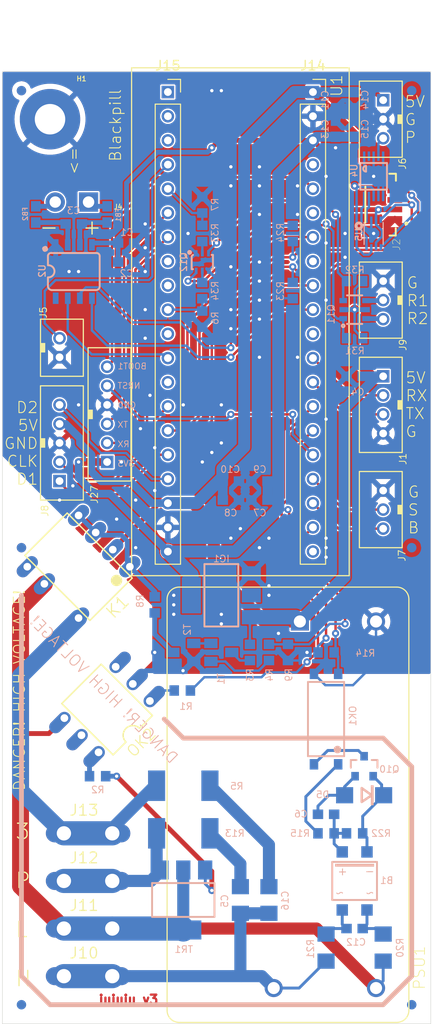
<source format=kicad_pcb>
(kicad_pcb (version 20221018) (generator pcbnew)
  (layers (0 "F.Cu" signal) (31 "B.Cu" signal) (34 "B.Paste" user) (35 "F.Paste" user) (36 "B.SilkS" user "B.Silkscreen") (37 "F.SilkS" user "F.Silkscreen") (38 "B.Mask" user) (39 "F.Mask" user) (44 "Edge.Cuts" user))
  (net 0 "")
  (net 1 "3V3")
  (net 2 "5V")
  (net 3 "Net-(B1-Pad+)")
  (net 4 "Net-(Q10-B)")
  (net 5 "Net-(B1-AC1)")
  (net 6 "Net-(B1-AC2)")
  (net 7 "PA1")
  (net 8 "PA0")
  (net 9 "Net-(U2-T-)")
  (net 10 "Net-(U2-T+)")
  (net 11 "AC_N")
  (net 12 "PC13")
  (net 13 "Net-(C5-Pad2)")
  (net 14 "Net-(Q10-E)")
  (net 15 "Net-(C16-Pad2)")
  (net 16 "Net-(FB1-Pad1)")
  (net 17 "Net-(FB2-Pad1)")
  (net 18 "AC_P")
  (net 19 "UART2_RX")
  (net 20 "Net-(TR1-A1)")
  (net 21 "Net-(K1-DS1)")
  (net 22 "UART2_TX")
  (net 23 "I2C1_SCL")
  (net 24 "I2C1_SDA")
  (net 25 "PB12")
  (net 26 "Net-(K1-K)")
  (net 28 "Net-(OK1-Pad1)")
  (net 29 "Net-(Q10-C)")
  (net 30 "Net-(OK2-A)")
  (net 31 "Net-(OK2-A2)")
  (net 32 "Net-(Q11A-G)")
  (net 33 "Net-(Q11B-G)")
  (net 34 "Net-(Q12B-B)")
  (net 35 "Net-(Q12A-B)")
  (net 36 "Net-(TR1-G)")
  (net 37 "Net-(R3-Pad1)")
  (net 38 "Net-(R4-Pad2)")
  (net 39 "PB13")
  (net 40 "PB14")
  (net 41 "Net-(R8-Pad1)")
  (net 42 "Net-(T1-PadE)")
  (net 43 "PB15")
  (net 44 "PA8")
  (net 45 "UART1_TX")
  (net 46 "UART1_RX")
  (net 47 "PA15")
  (net 48 "I2C2_SDA")
  (net 49 "SPI1_MISO")
  (net 50 "PB5")
  (net 51 "PB8")
  (net 52 "PB9")
  (net 53 "Net-(U4-AIN0)")
  (net 54 "PC15")
  (net 55 "PC14")
  (net 56 "PB0")
  (net 57 "SSR1")
  (net 59 "SSR2")
  (net 60 "Net-(U4-SDA)")
  (net 61 "Net-(U4-SCL)")
  (net 62 "NRST")
  (net 63 "SPI1_NSS")
  (net 64 "SPI1_SCK")
  (net 65 "PA6")
  (net 66 "SPI1_MOSI")
  (net 67 "PB1")
  (net 68 "BOOT1")
  (net 69 "I2C2_SCL")
  (net 73 "GND")
  (footprint "GaggiaBoard_V3:JST04_1MM_VERT" (layer "F.Cu") (at 168.0011 69.0036 90)
    (fp_text reference "J2")
    (fp_text value "ToFnLED\n(Vertical Qwiic)")
  )
  (footprint "GaggiaBoard_V3:STANDOFF-ELECTRICAL" (layer "F.Cu") (at 131.0011 60.0036)
    (fp_text reference "H1")
    (fp_text value "STANDOFF_ELECTRICAL")
  )
  (footprint "GaggiaBoard_V3:FIDUCIAL_1MM" (layer "F.Cu") (at 128.0011 105.0036)
    (fp_text reference "MARK8" hide)
    (fp_text value "FIDUCIAL" hide)
  )
  (footprint "GaggiaBoard_V3:1x20_P2.54mm_Female_Vertical" (layer "F.Cu") (at 158.623 57.15)
    (fp_text reference "J14")
    (fp_text value "1x20 Female Header 2.54mm")
  )
  (footprint "GaggiaBoard_V3:62409-1" (layer "F.Cu") (at 135.0011 150.0036)
    (fp_text reference "J10")
    (fp_text value "PIN262409-1")
  )
  (footprint "GaggiaBoard_V3:62409-1" (layer "F.Cu") (at 135.0011 140.0036)
    (fp_text reference "J12")
    (fp_text value "PIN262409-1")
  )
  (footprint "GaggiaBoard_V3:B3B-PH-K-S" (layer "F.Cu") (at 166.0011 79.0036 90)
    (fp_text reference "J9")
    (fp_text value "SSR" hide)
  )
  (footprint "GaggiaBoard_V3:B3B-PH-K-S" (layer "F.Cu") (at 166.0011 60.0036 90)
    (fp_text reference "J6")
    (fp_text value "Pressure TD" hide)
  )
  (footprint "GaggiaBoard_V3:B2B-PH-K-S" (layer "F.Cu") (at 132.0011 83.0036 -90)
    (fp_text reference "J5")
    (fp_text value "2PIN" hide)
  )
  (footprint "GaggiaBoard_V3:B6B-PH-K-S" (layer "F.Cu") (at 137.0011 91.0036 -90)
    (fp_text reference "J27")
    (fp_text value "UART1" hide)
  )
  (footprint "GaggiaBoard_V3:1x20_P2.54mm_Female_Vertical" (layer "F.Cu") (at 143.383 57.15)
    (fp_text reference "J15")
    (fp_text value "1x20 Female Header 2.54mm")
  )
  (footprint "GaggiaBoard_V3:62409-1" (layer "F.Cu") (at 135.0011 135.0036)
    (fp_text reference "J13")
    (fp_text value "PIN262409-1")
  )
  (footprint "GaggiaBoard_V3:B3B-PH-K-S" (layer "F.Cu") (at 166.0011 101.0036 90)
    (fp_text reference "J7")
    (fp_text value "Brew &\nSteam Switches" hide)
  )
  (footprint "GaggiaBoard_V3:DIL06O" (layer "F.Cu") (at 137.0011 122.0036 135)
    (fp_text reference "OK2")
    (fp_text value "MOC3021MDIL06O")
  )
  (footprint "GaggiaBoard_V3:B4B-PH-K-S" (layer "F.Cu") (at 166.0011 90.0036 90)
    (fp_text reference "J1")
    (fp_text value "Display" hide)
  )
  (footprint "GaggiaBoard_V3:IRM-10" (layer "F.Cu") (at 156.0011 132.0036 90)
    (fp_text reference "PSU1")
    (fp_text value "IRM-10-5")
  )
  (footprint "GaggiaBoard_V3:BLACKPILL" (layer "F.Cu") (at 151.0011 80.0036 -90)
    (fp_text reference "U1")
    (fp_text value "Blackpill")
  )
  (footprint "GaggiaBoard_V3:SCREWTERMINAL-3.5MM-2-NS" (layer "F.Cu") (at 135.05 68.7036 180)
    (fp_text reference "J4")
    (fp_text value "TC Sensor")
  )
  (footprint "GaggiaBoard_V3:62409-1" (layer "F.Cu") (at 135.0011 145.0036)
    (fp_text reference "J11")
    (fp_text value "PIN262409-1")
  )
  (footprint "GaggiaBoard_V3:DIL07" (layer "F.Cu") (at 134.0011 107.0036 135)
    (fp_text reference "K1")
    (fp_text value "AQH213")
  )
  (footprint "GaggiaBoard_V3:FIDUCIAL_1MM" (layer "F.Cu") (at 128.0011 57.0036)
    (fp_text reference "MARK7" hide)
    (fp_text value "FIDUCIAL" hide)
  )
  (footprint "GaggiaBoard_V3:B5B-PH-K-S" (layer "F.Cu") (at 132.0011 94.0036 -90)
    (fp_text reference "J8")
    (fp_text value "Scales" hide)
  )
  (footprint "GaggiaBoard_V3:R0603" (layer "B.Cu") (at 156.5011 78.0036 90)
    (fp_text reference "R23")
    (fp_text value "10K")
  )
  (footprint "GaggiaBoard_V3:MSOP10" (layer "B.Cu") (at 165.0011 66.0036)
    (fp_text reference "U4")
    (fp_text value "ADC_ADS1015")
  )
  (footprint "GaggiaBoard_V3:FIDUCIAL_1MM" (layer "B.Cu") (at 128.0011 105.0036 180)
    (fp_text reference "MARK2" hide)
    (fp_text value "FIDUCIAL" hide)
  )
  (footprint "GaggiaBoard_V3:R0603" (layer "B.Cu") (at 142.0011 111.0036 90)
    (fp_text reference "R8")
    (fp_text value "220")
  )
  (footprint "GaggiaBoard_V3:SOIC-4" (layer "B.Cu") (at 163.0011 140.0036 180)
    (fp_text reference "B1")
    (fp_text value "MBS")
  )
  (footprint "GaggiaBoard_V3:C0603" (layer "B.Cu") (at 153.0011 100.0036 180)
    (fp_text reference "C7")
    (fp_text value "10uF")
  )
  (footprint "GaggiaBoard_V3:C0603" (layer "B.Cu") (at 163.0011 87.0036 180)
    (fp_text reference "C4")
    (fp_text value "10uF")
  )
  (footprint "GaggiaBoard_V3:SC70-6" (layer "B.Cu") (at 147.0011 75.0036)
    (fp_text reference "Q12")
    (fp_text value "TRANS_NPN_DUAL-MBT3904DW1T1")
  )
  (footprint "GaggiaBoard_V3:SOT223" (layer "B.Cu") (at 149.0011 110.0036 -90)
    (fp_text reference "IC1")
    (fp_text value "LD1117AS")
  )
  (footprint "GaggiaBoard_V3:R1206" (layer "B.Cu") (at 166.0011 147.0036 90)
    (fp_text reference "R20")
    (fp_text value "220K")
  )
  (footprint "GaggiaBoard_V3:C0603" (layer "B.Cu") (at 160.0011 133.0036 180)
    (fp_text reference "C6")
    (fp_text value "10uF")
  )
  (footprint "GaggiaBoard_V3:C0603" (layer "B.Cu") (at 163.0011 58.0036 -90)
    (fp_text reference "C14")
    (fp_text value "0.1uF")
  )
  (footprint "GaggiaBoard_V3:C0603" (layer "B.Cu") (at 153.0011 98.0036 180)
    (fp_text reference "C9")
    (fp_text value "0.1uF")
  )
  (footprint "GaggiaBoard_V3:R2512" (layer "B.Cu") (at 145.0011 130.0036 180)
    (fp_text reference "R5")
    (fp_text value "220")
  )
  (footprint "GaggiaBoard_V3:C0603" (layer "B.Cu") (at 161.0011 61.0036 90)
    (fp_text reference "C13")
    (fp_text value "10uF")
  )
  (footprint "GaggiaBoard_V3:0603" (layer "B.Cu") (at 129.5011 70.0036 -90)
    (fp_text reference "FB2")
    (fp_text value "FERRITE_BEAD-0603-470Ω-100MHZ-1A-200MILIΩ")
  )
  (footprint "GaggiaBoard_V3:VFSOP-8" (layer "B.Cu") (at 165.0011 72.0036)
    (fp_text reference "U5")
    (fp_text value "TXS0102" hide)
  )
  (footprint "GaggiaBoard_V3:C0603" (layer "B.Cu") (at 133.5011 71.0036 180)
    (fp_text reference "C3")
    (fp_text value "0.01uF")
  )
  (footprint "GaggiaBoard_V3:R0603" (layer "B.Cu") (at 156.0011 116.0036 90)
    (fp_text reference "R9")
    (fp_text value "3K3")
  )
  (footprint "GaggiaBoard_V3:FIDUCIAL_1MM" (layer "B.Cu") (at 169.0011 105.0036 180)
    (fp_text reference "MARK3" hide)
    (fp_text value "FIDUCIAL" hide)
  )
  (footprint "GaggiaBoard_V3:R0603" (layer "B.Cu") (at 160.0011 116.0036 180)
    (fp_text reference "R14")
    (fp_text value "10K")
  )
  (footprint "GaggiaBoard_V3:SOT23-BEC" (layer "B.Cu") (at 149.0011 116.0036 90)
    (fp_text reference "T1")
    (fp_text value "-NPN-SOT23-BEC")
  )
  (footprint "GaggiaBoard_V3:FIDUCIAL_1MM" (layer "B.Cu") (at 128.0011 153.0036 180)
    (fp_text reference "MARK4" hide)
    (fp_text value "FIDUCIAL" hide)
  )
  (footprint "GaggiaBoard_V3:C0603" (layer "B.Cu") (at 150.0011 100.0036)
    (fp_text reference "C8")
    (fp_text value "10uF")
  )
  (footprint "GaggiaBoard_V3:R0603" (layer "B.Cu") (at 147.0011 78.0036 -90)
    (fp_text reference "R34")
    (fp_text value "10K")
  )
  (footprint "GaggiaBoard_V3:C1206" (layer "B.Cu") (at 154.0011 142.0036 90)
    (fp_text reference "C16")
    (fp_text value "10nF")
  )
  (footprint "GaggiaBoard_V3:R0603" (layer "B.Cu") (at 147.0011 69.0036 -90)
    (fp_text reference "R7")
    (fp_text value "3K3")
  )
  (footprint "GaggiaBoard_V3:FIDUCIAL_1MM" (layer "B.Cu") (at 128.0011 57.0036 180)
    (fp_text reference "MARK6" hide)
    (fp_text value "FIDUCIAL" hide)
  )
  (footprint "GaggiaBoard_V3:C1206" (layer "B.Cu") (at 151.0011 142.0036 90)
    (fp_text reference "C5")
    (fp_text value "10nF")
  )
  (footprint "GaggiaBoard_V3:DO214AC" (layer "B.Cu") (at 164.0011 131.0036 180)
    (fp_text reference "D5")
    (fp_text value "1N4007")
  )
  (footprint "GaggiaBoard_V3:R0603" (layer "B.Cu") (at 147.0011 72.0036 90)
    (fp_text reference "R33")
    (fp_text value "10K")
  )
  (footprint "GaggiaBoard_V3:R0603" (layer "B.Cu") (at 152.0011 116.0036 90)
    (fp_text reference "R3")
    (fp_text value "10K")
  )
  (footprint "GaggiaBoard_V3:R0603" (layer "B.Cu") (at 156.5011 72.0036 -90)
    (fp_text reference "R24")
    (fp_text value "10K")
  )
  (footprint "GaggiaBoard_V3:C0603" (layer "B.Cu") (at 139.0011 73.0036)
    (fp_text reference "C1")
    (fp_text value "0.1uF")
  )
  (footprint "GaggiaBoard_V3:C0603" (layer "B.Cu") (at 163.0011 61.0036 90)
    (fp_text reference "C15")
    (fp_text value "0.1uF")
  )
  (footprint "GaggiaBoard_V3:R0603" (layer "B.Cu") (at 160.0011 135.0036 180)
    (fp_text reference "R15")
    (fp_text value "1K")
  )
  (footprint "GaggiaBoard_V3:C0603" (layer "B.Cu") (at 150.0011 98.0036)
    (fp_text reference "C10")
    (fp_text value "0.1uF")
  )
  (footprint "GaggiaBoard_V3:0603" (layer "B.Cu") (at 137.0011 70.0036 -90)
    (fp_text reference "FB1")
    (fp_text value "FERRITE_BEAD-0603-470Ω-100MHZ-1A-200MILIΩ")
  )
  (footprint "GaggiaBoard_V3:R0603" (layer "B.Cu") (at 147.0011 81.0036 90)
    (fp_text reference "R6")
    (fp_text value "3K3")
  )
  (footprint "GaggiaBoard_V3:R2512" (layer "B.Cu") (at 145.0011 135.0036 180)
    (fp_text reference "R13")
    (fp_text value "220")
  )
  (footprint "GaggiaBoard_V3:R0603" (layer "B.Cu") (at 163.0011 77.0036)
    (fp_text reference "R32")
    (fp_text value "120K")
  )
  (footprint "GaggiaBoard_V3:SOT26" (layer "B.Cu") (at 163.0011 80.0036 90)
    (fp_text reference "Q11")
    (fp_text value "MOSFET_PCH_DUAL-DMP2240UDM")
  )
  (footprint "GaggiaBoard_V3:WL-OCPT_LSOP4" (layer "B.Cu") (at 160.0011 123.0036 90)
    (fp_text reference "OK1")
    (fp_text value "WL-OCPT_SERIES_101X")
  )
  (footprint "GaggiaBoard_V3:C0603" (layer "B.Cu") (at 161.0011 58.0036 -90)
    (fp_text reference "C11")
    (fp_text value "10uF")
  )
  (footprint "GaggiaBoard_V3:C0603" (layer "B.Cu") (at 163.0011 145.0036)
    (fp_text reference "C12")
    (fp_text value "1nF/250V")
  )
  (footprint "GaggiaBoard_V3:R0603" (layer "B.Cu") (at 163.0011 135.0036 180)
    (fp_text reference "R22")
    (fp_text value "22K")
  )
  (footprint "GaggiaBoard_V3:FIDUCIAL_1MM" (layer "B.Cu") (at 169.0011 153.0036 180)
    (fp_text reference "MARK1" hide)
    (fp_text value "FIDUCIAL" hide)
  )
  (footprint "GaggiaBoard_V3:SOT223" (layer "B.Cu") (at 145.0011 142.0036)
    (fp_text reference "TR1")
    (fp_text value "Z0107MNSOT-223")
  )
  (footprint "GaggiaBoard_V3:SO08" (layer "B.Cu") (at 133.5011 76.0036)
    (fp_text reference "U2")
    (fp_text value "MAX31855K")
  )
  (footprint "GaggiaBoard_V3:SOT23-3" (layer "B.Cu") (at 164.0011 128.0036 180)
    (fp_text reference "Q10")
    (fp_text value "TRANS_NPN-MMBT2222AL")
  )
  (footprint "GaggiaBoard_V3:SOT23-BEC" (layer "B.Cu") (at 145.0011 116.0036 -90)
    (fp_text reference "T2")
    (fp_text value "-NPN-SOT23-BEC")
  )
  (footprint "GaggiaBoard_V3:R0603" (layer "B.Cu") (at 163.0011 83.0036)
    (fp_text reference "R31")
    (fp_text value "120K")
  )
  (footprint "GaggiaBoard_V3:R0603" (layer "B.Cu") (at 154.0011 116.0036 -90)
    (fp_text reference "R4")
    (fp_text value "10K")
  )
  (footprint "GaggiaBoard_V3:FIDUCIAL_1MM" (layer "B.Cu") (at 169.0011 57.0036 180)
    (fp_text reference "MARK5" hide)
    (fp_text value "FIDUCIAL" hide)
  )
  (footprint "GaggiaBoard_V3:R0603" (layer "B.Cu") (at 136.0011 129.0036)
    (fp_text reference "R2")
    (fp_text value "470")
  )
  (footprint "GaggiaBoard_V3:C0603" (layer "B.Cu") (at 139.0011 75.0036)
    (fp_text reference "C2")
    (fp_text value "10uF")
  )
  (footprint "GaggiaBoard_V3:R0603" (layer "B.Cu") (at 144.9011 120.0036 180)
    (fp_text reference "R1")
    (fp_text value "470")
  )
  (footprint "GaggiaBoard_V3:R1206" (layer "B.Cu") (at 160.0011 147.0036 90)
    (fp_text reference "R21")
    (fp_text value "220K")
  )
  (gr_line (start 128.0011 150.0036) (end 128.0011 110.0036) (stroke (width 0.508)) (layer "B.SilkS"))
  (gr_line (start 131.0011 153.0036) (end 128.0011 150.0036) (stroke (width 0.508)) (layer "B.SilkS"))
  (gr_line (start 169.0011 150.0036) (end 166.0011 153.0036) (stroke (width 0.508)) (layer "B.SilkS"))
  (gr_line (start 166.0011 153.0036) (end 131.0011 153.0036) (stroke (width 0.508)) (layer "B.SilkS"))
  (gr_line (start 169.0011 128.0036) (end 169.0011 150.0036) (stroke (width 0.508)) (layer "B.SilkS"))
  (gr_line (start 166.0011 125.0036) (end 169.0011 128.0036) (stroke (width 0.508)) (layer "B.SilkS"))
  (gr_line (start 145.0011 125.0036) (end 166.0011 125.0036) (stroke (width 0.508)) (layer "B.SilkS"))
  (gr_line (start 143.0011 123.0036) (end 145.0011 125.0036) (stroke (width 0.508)) (layer "B.SilkS"))
  (gr_line (start 171.0011 155.0036) (end 171.0011 55.0036) (stroke (width 0.05)) (layer "Edge.Cuts"))
  (gr_line (start 126.0011 55.0036) (end 126.0011 155.0036) (stroke (width 0.05)) (layer "Edge.Cuts"))
  (gr_line (start 171.0011 55.0036) (end 126.0011 55.0036) (stroke (width 0.05)) (layer "Edge.Cuts"))
  (gr_line (start 126.0011 155.0036) (end 171.0011 155.0036) (stroke (width 0.05)) (layer "Edge.Cuts"))
  (gr_text "iuiuiu v3" (at 136.0011 153.0036) (layer "F.Cu") (effects (font (size 0.93472 0.93472) (thickness 0.254)) (justify left bottom)))
  (gr_text "DANGER! HIGH VOLTAGE!" (at 129.6211 111.9036 -45) (layer "B.SilkS") (effects (font (size 1.1684 1.1684) (thickness 0.1016)) (justify right top mirror)))
  (gr_text "BOOT1\n\nNRST\n\nGND\n\nTX\n\nRX\n\n3V3" (at 138.049 91.059) (layer "B.SilkS") (effects (font (size 0.635 0.635) (thickness 0.08128)) (justify right mirror)))
  (gr_text "-  +" (at 129.794 72.263) (layer "F.SilkS") (effects (font (size 1.63576 1.63576) (thickness 0.14224)) (justify left bottom)))
  (gr_text "<=" (at 133.477 64.389 90) (layer "F.SilkS") (effects (font (size 1.1684 1.1684) (thickness 0.1016))))
  (gr_text "5V\nRX\nTX\nG" (at 168.2921 89.9796) (layer "F.SilkS") (effects (font (size 1.1684 1.1684) (thickness 0.1016)) (justify left)))
  (gr_text "DANGER! HIGH VOLTAGE!" (at 127.7791 130.6196 90) (layer "F.SilkS") (effects (font (size 1.1684 1.1684) (thickness 0.1016)) (justify left)))
  (gr_text "G\nS\nB" (at 168.5461 101.0286) (layer "F.SilkS") (effects (font (size 1.1684 1.1684) (thickness 0.1016)) (justify left)))
  (gr_text "5V\nG\nP" (at 168.2191 60.0346) (layer "F.SilkS") (effects (font (size 1.1684 1.1684) (thickness 0.1016)) (justify left)))
  (gr_text "D2\n5V\nGND\nCLK\nD1" (at 129.8111 94.0436) (layer "F.SilkS") (effects (font (size 1.1684 1.1684) (thickness 0.1016)) (justify right)))
  (gr_text "3\n\nP\n\nL\n\nN" (at 127.2711 151.2) (layer "F.SilkS") (effects (font (size 1.6002 1.6002) (thickness 0.14224)) (justify left bottom)))
  (gr_text "G\nR1\nR2" (at 168.4191 79.0576) (layer "F.SilkS") (effects (font (size 1.1684 1.1684) (thickness 0.1016)) (justify left)))
  (segment (start 158.6211 62.2236) (end 161.1801 64.7826) (width 0.508) (layer "F.Cu") (net 1))
  (segment (start 148.7811 62.2236) (end 148.0011 63.0036) (width 0.508) (layer "F.Cu") (net 1))
  (segment (start 160.0011 114.5036) (end 160.0011 110.838338) (width 0.254) (layer "F.Cu") (net 1))
  (segment (start 167.2041 69.5036) (end 167.2261 69.4816) (width 0.508) (layer "F.Cu") (net 1))
  (segment (start 134.0011 96.0036) (end 137.0011 96.0036) (width 0.8128) (layer "F.Cu") (net 1))
  (segment (start 161.1801 64.7826) (end 161.1801 68.0086) (width 0.508) (layer "F.Cu") (net 1))
  (segment (start 156.1281 101.1306) (end 156.0011 101.0036) (width 0.254) (layer "F.Cu") (net 1))
  (segment (start 161.1801 68.0086) (end 162.6751 69.5036) (width 0.508) (layer "F.Cu") (net 1))
  (segment (start 160.0011 110.838338) (end 156.1281 106.965338) (width 0.254) (layer "F.Cu") (net 1))
  (segment (start 165.5011 69.5036) (end 167.2041 69.5036) (width 0.508) (layer "F.Cu") (net 1))
  (segment (start 156.1281 101.1306) (end 156.1281 106.965338) (width 0.254) (layer "F.Cu") (net 1))
  (segment (start 162.6751 69.5036) (end 165.5011 69.5036) (width 0.508) (layer "F.Cu") (net 1))
  (segment (start 158.6211 62.2236) (end 148.7811 62.2236) (width 0.508) (layer "F.Cu") (net 1))
  (via (at 160.0011 114.5036) (size 0.7564) (drill 0.35) (layers "F.Cu" "B.Cu") (net 1))
  (via (at 134.0011 96.0036) (size 0.7564) (drill 0.35) (layers "F.Cu" "B.Cu") (net 1))
  (via (at 156.0011 101.0036) (size 0.7564) (drill 0.35) (layers "F.Cu" "B.Cu") (net 1))
  (via (at 165.5011 69.5036) (size 0.7564) (drill 0.35) (layers "F.Cu" "B.Cu") (net 1))
  (via (at 148.0011 63.0036) (size 0.7564) (drill 0.35) (layers "F.Cu" "B.Cu") (net 1))
  (segment (start 155.090903 101.003604) (end 154.9825 100.8952) (width 0.254) (layer "B.Cu") (net 1))
  (segment (start 154.9825 78.8036) (end 154.9825 98.1076) (width 1.27) (layer "B.Cu") (net 1))
  (segment (start 138.1511 73.0036) (end 138.1511 72.4956) (width 0.508) (layer "B.Cu") (net 1))
  (segment (start 165.2511 70.5536) (end 165.2511 69.7536) (width 0.254) (layer "B.Cu") (net 1))
  (segment (start 135.6793 99.3328) (end 134.0011 97.6546) (width 0.8128) (layer "B.Cu") (net 1))
  (segment (start 153.9551 98.1076) (end 154.9825 98.1076) (width 1.016) (layer "B.Cu") (net 1))
  (segment (start 138.1511 73.0036) (end 135.6061 73.0036) (width 0.508) (layer "B.Cu") (net 1))
  (segment (start 154.9825 98.1076) (end 154.9825 100.8952) (width 1.27) (layer "B.Cu") (net 1))
  (segment (start 156.4711 71.1836) (end 154.9825 71.1836) (width 0.254) (layer "B.Cu") (net 1))
  (segment (start 165.8791 71.6916) (end 165.8791 72.3266) (width 0.254) (layer "B.Cu") (net 1))
  (segment (start 156.4511 78.8036) (end 154.9825 78.8036) (width 0.254) (layer "B.Cu") (net 1))
  (segment (start 135.6793 99.3328) (end 137.3103 99.3328) (width 0.8128) (layer "B.Cu") (net 1))
  (segment (start 135.4061 73.2036) (end 135.6061 73.0036) (width 0.508) (layer "B.Cu") (net 1))
  (segment (start 165.8791 72.3266) (end 165.2511 72.9546) (width 0.254) (layer "B.Cu") (net 1))
  (segment (start 143.3811 105.4036) (end 145.8511 107.8736) (width 1.524) (layer "B.Cu") (net 1))
  (segment (start 139.0401 66.690232) (end 139.0401 71.6066) (width 0.508) (layer "B.Cu") (net 1))
  (segment (start 156.0011 101.0036) (end 155.090903 101.003604) (width 0.254) (layer "B.Cu") (net 1))
  (segment (start 165.2511 72.9546) (end 165.2511 73.4536) (width 0.254) (layer "B.Cu") (net 1))
  (segment (start 137.3103 99.3328) (end 143.3811 105.4036) (width 0.8128) (layer "B.Cu") (net 1))
  (segment (start 161.0011 61.8536) (end 158.9911 61.8536) (width 1.016) (layer "B.Cu") (net 1))
  (segment (start 159.1511 116.0036) (end 159.1511 115.3536) (width 0.254) (layer "B.Cu") (net 1))
  (segment (start 160.0011 114.5036) (end 159.1511 115.3536) (width 0.254) (layer "B.Cu") (net 1))
  (segment (start 142.262131 63.4682) (end 147.5365 63.4682) (width 0.508) (layer "B.Cu") (net 1))
  (segment (start 156.5011 78.8536) (end 156.4511 78.8036) (width 0.254) (layer "B.Cu") (net 1))
  (segment (start 134.0011 96.0036) (end 134.0011 97.6546) (width 0.8128) (layer "B.Cu") (net 1))
  (segment (start 139.0401 66.690232) (end 142.262131 63.4682) (width 0.508) (layer "B.Cu") (net 1))
  (segment (start 153.8511 100.0036) (end 153.8511 98.0036) (width 1.016) (layer "B.Cu") (net 1))
  (segment (start 156.5011 71.1536) (end 156.4711 71.1836) (width 0.254) (layer "B.Cu") (net 1))
  (segment (start 154.9825 65.8622) (end 154.9825 71.1836) (width 1.27) (layer "B.Cu") (net 1))
  (segment (start 165.2511 71.0636) (end 165.8791 71.6916) (width 0.254) (layer "B.Cu") (net 1))
  (segment (start 163.0011 61.8536) (end 161.0011 61.8536) (width 1.016) (layer "B.Cu") (net 1))
  (segment (start 138.1511 73.0036) (end 138.1511 75.0036) (width 0.508) (layer "B.Cu") (net 1))
  (segment (start 139.0401 71.6066) (end 138.1511 72.4956) (width 0.508) (layer "B.Cu") (net 1))
  (segment (start 165.2511 70.5536) (end 165.2511 71.0636) (width 0.254) (layer "B.Cu") (net 1))
  (segment (start 153.8511 98.0036) (end 153.9551 98.1076) (width 1.016) (layer "B.Cu") (net 1))
  (segment (start 158.9911 61.8536) (end 158.6211 62.2236) (width 1.016) (layer "B.Cu") (net 1))
  (segment (start 147.5365 63.4682) (end 148.0011 63.0036) (width 0.508) (layer "B.Cu") (net 1))
  (segment (start 143.3811 105.4036) (end 150.4741 105.4036) (width 1.27) (layer "B.Cu") (net 1))
  (segment (start 150.4741 105.4036) (end 154.9825 100.8952) (width 1.27) (layer "B.Cu") (net 1))
  (segment (start 154.9825 71.1836) (end 154.9825 78.8036) (width 1.27) (layer "B.Cu") (net 1))
  (segment (start 165.2511 69.7536) (end 165.5011 69.5036) (width 0.254) (layer "B.Cu") (net 1))
  (segment (start 158.6211 62.2236) (end 154.9825 65.8622) (width 1.27) (layer "B.Cu") (net 1))
  (segment (start 145.8511 107.8736) (end 145.8511 110.0036) (width 1.524) (layer "B.Cu") (net 1))
  (segment (start 158.6211 57.1436) (end 165.1411 57.1436) (width 0.508) (layer "F.Cu") (net 2))
  (segment (start 166.0011 87.0036) (end 164.8511 87.0036) (width 1.016) (layer "F.Cu") (net 2))
  (segment (start 143.3811 100.3236) (end 146.0481 100.3236) (width 1.27) (layer "F.Cu") (net 2))
  (segment (start 148.2071 102.4826) (end 146.0481 100.3236) (width 1.27) (layer "F.Cu") (net 2))
  (segment (start 158.6211 57.1436) (end 163.0011 61.5236) (width 0.8128) (layer "F.Cu") (net 2))
  (segment (start 157.2511 112.7536) (end 153.4741 112.7536) (width 1.27) (layer "F.Cu") (net 2))
  (segment (start 165.1411 57.1436) (end 166.0011 58.0036) (width 0.508) (layer "F.Cu") (net 2))
  (segment (start 163.0011 85.1536) (end 163.0011 80.0036) (width 1.016) (layer "F.Cu") (net 2))
  (segment (start 153.4741 112.7536) (end 148.2071 107.4866) (width 1.27) (layer "F.Cu") (net 2))
  (segment (start 148.2071 102.4826) (end 148.2071 107.4866) (width 1.27) (layer "F.Cu") (net 2))
  (segment (start 164.8511 87.0036) (end 163.0011 85.1536) (width 1.016) (layer "F.Cu") (net 2))
  (segment (start 142.47715 100.3236) (end 143.3811 100.3236) (width 0.508) (layer "F.Cu") (net 2))
  (segment (start 137.5932 105.20755) (end 142.47715 100.3236) (width 0.508) (layer "F.Cu") (net 2))
  (segment (start 163.0011 61.5236) (end 163.0011 67.0036) (width 0.8128) (layer "F.Cu") (net 2))
  (via (at 163.0011 67.0036) (size 0.7564) (drill 0.35) (layers "F.Cu" "B.Cu") (net 2))
  (via (at 163.0011 80.0036) (size 0.7564) (drill 0.35) (layers "F.Cu" "B.Cu") (net 2))
  (segment (start 134.1486 93.5161) (end 132.6361 92.0036) (width 0.8128) (layer "B.Cu") (net 2))
  (segment (start 163.0011 82.1536) (end 163.0011 80.0036) (width 0.254) (layer "B.Cu") (net 2))
  (segment (start 163.8511 83.0036) (end 163.0011 82.1536) (width 0.254) (layer "B.Cu") (net 2))
  (segment (start 132.0011 92.0036) (end 132.6361 92.0036) (width 0.8128) (layer "B.Cu") (net 2))
  (segment (start 161.9421 90.4276) (end 161.9421 108.0626) (width 1.27) (layer "B.Cu") (net 2))
  (segment (start 149.1151 97.5996) (end 149.1151 96.7106) (width 1.27) (layer "B.Cu") (net 2))
  (segment (start 165.0011 68.1167) (end 165.0011 67.3846) (width 0.254) (layer "B.Cu") (net 2))
  (segment (start 151.4011 94.4246) (end 151.4011 62.4206) (width 1.27) (layer "B.Cu") (net 2))
  (segment (start 165.3661 87.0036) (end 161.9421 90.4276) (width 1.016) (layer "B.Cu") (net 2))
  (segment (start 152.1511 112.3036) (end 156.8011 112.3036) (width 1.524) (layer "B.Cu") (net 2))
  (segment (start 149.1511 98.0036) (end 148.7571 98.0036) (width 1.016) (layer "B.Cu") (net 2))
  (segment (start 152.0011 115.1536) (end 152.0011 112.4536) (width 0.254) (layer "B.Cu") (net 2))
  (segment (start 156.8011 112.3036) (end 157.2511 112.7536) (width 1.524) (layer "B.Cu") (net 2))
  (segment (start 166.0011 87.0036) (end 165.3661 87.0036) (width 1.016) (layer "B.Cu") (net 2))
  (segment (start 163.8511 77.0036) (end 163.0011 77.8536) (width 0.254) (layer "B.Cu") (net 2))
  (segment (start 163.0011 57.1536) (end 161.0011 57.1536) (width 1.016) (layer "B.Cu") (net 2))
  (segment (start 148.7341 97.9806) (end 149.1151 97.5996) (width 1.27) (layer "B.Cu") (net 2))
  (segment (start 134.1486 94.0241) (end 134.1486 93.5161) (width 0.8128) (layer "B.Cu") (net 2))
  (segment (start 163.0011 77.8536) (end 163.0011 80.0036) (width 0.254) (layer "B.Cu") (net 2))
  (segment (start 136.3711 98.0246) (end 139.4191 98.0246) (width 0.8128) (layer "B.Cu") (net 2))
  (segment (start 139.4191 98.0246) (end 141.7181 100.3236) (width 0.8128) (layer "B.Cu") (net 2))
  (segment (start 143.3811 100.3236) (end 146.3911 100.3236) (width 1.27) (layer "B.Cu") (net 2))
  (segment (start 163.1171 67.1196) (end 164.7361 67.1196) (width 0.254) (layer "B.Cu") (net 2))
  (segment (start 158.6311 57.1536) (end 158.6211 57.1436) (width 1.016) (layer "B.Cu") (net 2))
  (segment (start 164.4821 74.2316) (end 164.7511 73.9626) (width 0.254) (layer "B.Cu") (net 2))
  (segment (start 136.3711 98.0246) (end 135.3551 97.0086) (width 0.8128) (layer "B.Cu") (net 2))
  (segment (start 135.3551 95.2306) (end 134.1486 94.0241) (width 0.8128) (layer "B.Cu") (net 2))
  (segment (start 164.7511 73.9626) (end 164.7511 73.4536) (width 0.254) (layer "B.Cu") (net 2))
  (segment (start 149.1511 100.0036) (end 149.1511 98.0036) (width 1.016) (layer "B.Cu") (net 2))
  (segment (start 163.9741 74.2316) (end 164.4821 74.2316) (width 0.254) (layer "B.Cu") (net 2))
  (segment (start 163.2121 73.4696) (end 163.9741 74.2316) (width 0.254) (layer "B.Cu") (net 2))
  (segment (start 151.4011 62.4206) (end 156.6781 57.1436) (width 1.27) (layer "B.Cu") (net 2))
  (segment (start 146.3911 100.3236) (end 148.7341 97.9806) (width 1.27) (layer "B.Cu") (net 2))
  (segment (start 163.0011 67.0036) (end 163.2121 67.2146) (width 0.254) (layer "B.Cu") (net 2))
  (segment (start 164.2011 80.0036) (end 163.0011 80.0036) (width 0.508) (layer "B.Cu") (net 2))
  (segment (start 164.7361 67.1196) (end 165.0011 67.3846) (width 0.254) (layer "B.Cu") (net 2))
  (segment (start 161.8011 80.0036) (end 163.0011 80.0036) (width 0.508) (layer "B.Cu") (net 2))
  (segment (start 157.2511 112.7536) (end 161.9421 108.0626) (width 1.27) (layer "B.Cu") (net 2))
  (segment (start 151.4011 94.4246) (end 149.1151 96.7106) (width 1.27) (layer "B.Cu") (net 2))
  (segment (start 166.0011 87.0036) (end 163.8511 87.0036) (width 1.016) (layer "B.Cu") (net 2))
  (segment (start 148.7571 98.0036) (end 148.7341 97.9806) (width 1.016) (layer "B.Cu") (net 2))
  (segment (start 163.0011 67.0036) (end 163.1171 67.1196) (width 0.254) (layer "B.Cu") (net 2))
  (segment (start 163.2121 67.2146) (end 163.2121 73.4696) (width 0.254) (layer "B.Cu") (net 2))
  (segment (start 161.0011 57.1536) (end 158.6311 57.1536) (width 1.016) (layer "B.Cu") (net 2))
  (segment (start 135.3551 95.2306) (end 135.3551 97.0086) (width 0.8128) (layer "B.Cu") (net 2))
  (segment (start 156.6781 57.1436) (end 158.6211 57.1436) (width 1.27) (layer "B.Cu") (net 2))
  (segment (start 141.7181 100.3236) (end 143.3811 100.3236) (width 0.8128) (layer "B.Cu") (net 2))
  (segment (start 152.0011 112.4536) (end 152.1511 112.3036) (width 0.254) (layer "B.Cu") (net 2))
  (segment (start 160.8511 136.1036) (end 160.8511 135.0036) (width 0.3048) (layer "B.Cu") (net 3))
  (segment (start 160.8511 135.0036) (end 162.1511 135.0036) (width 0.3048) (layer "B.Cu") (net 3))
  (segment (start 160.8511 135.0036) (end 160.8511 133.0036) (width 0.3048) (layer "B.Cu") (net 3))
  (segment (start 161.7011 136.9536) (end 160.8511 136.1036) (width 0.3048) (layer "B.Cu") (net 3))
  (segment (start 165.8396 131.2151) (end 166.0511 131.0036) (width 0.3048) (layer "B.Cu") (net 4))
  (segment (start 163.8511 135.0036) (end 163.8511 133.2036) (width 0.3048) (layer "B.Cu") (net 4))
  (segment (start 164.3011 135.4536) (end 163.8511 135.0036) (width 0.3048) (layer "B.Cu") (net 4))
  (segment (start 163.8511 133.2036) (end 165.8396 131.2151) (width 0.3048) (layer "B.Cu") (net 4))
  (segment (start 165.8396 129.8921) (end 165.8396 131.2151) (width 0.3048) (layer "B.Cu") (net 4))
  (segment (start 164.3011 136.9536) (end 164.3011 135.4536) (width 0.3048) (layer "B.Cu") (net 4))
  (segment (start 164.9511 129.0036) (end 165.8396 129.8921) (width 0.3048) (layer "B.Cu") (net 4))
  (segment (start 163.8511 145.0036) (end 165.4231 145.0036) (width 0.3048) (layer "B.Cu") (net 5))
  (segment (start 165.4231 145.0036) (end 166.0011 145.5816) (width 0.3048) (layer "B.Cu") (net 5))
  (segment (start 163.8511 145.0036) (end 164.3011 144.5536) (width 0.3048) (layer "B.Cu") (net 5))
  (segment (start 164.3011 144.5536) (end 164.3011 143.0536) (width 0.3048) (layer "B.Cu") (net 5))
  (segment (start 160.0011 145.5816) (end 160.5791 145.0036) (width 0.3048) (layer "B.Cu") (net 6))
  (segment (start 161.7011 144.5536) (end 161.7011 143.0536) (width 0.3048) (layer "B.Cu") (net 6))
  (segment (start 162.1511 145.0036) (end 161.7011 144.5536) (width 0.3048) (layer "B.Cu") (net 6))
  (segment (start 160.5791 145.0036) (end 162.1511 145.0036) (width 0.3048) (layer "B.Cu") (net 6))
  (segment (start 155.3381 107.2516) (end 159.1481 111.0616) (width 0.254) (layer "F.Cu") (net 7))
  (segment (start 159.1481 111.0616) (end 159.1481 115.8566) (width 0.254) (layer "F.Cu") (net 7))
  (segment (start 155.9731 92.8116) (end 155.9731 99.9336) (width 0.254) (layer "F.Cu") (net 7))
  (segment (start 159.1481 115.8566) (end 158.0011 117.0036) (width 0.254) (layer "F.Cu") (net 7))
  (segment (start 155.9731 99.9336) (end 155.3381 100.5686) (width 0.254) (layer "F.Cu") (net 7))
  (segment (start 158.6211 90.1636) (end 155.9731 92.8116) (width 0.254) (layer "F.Cu") (net 7))
  (segment (start 155.3381 100.5686) (end 155.3381 107.2516) (width 0.254) (layer "F.Cu") (net 7))
  (via (at 158.0011 117.0036) (size 0.7564) (drill 0.35) (layers "F.Cu" "B.Cu") (net 7))
  (segment (start 145.8131 120.0036) (end 145.7511 120.0036) (width 0.254) (layer "B.Cu") (net 7))
  (segment (start 153.7351 118.0946) (end 153.2231 118.6066) (width 0.254) (layer "B.Cu") (net 7))
  (segment (start 156.9101 118.0946) (end 153.7351 118.0946) (width 0.254) (layer "B.Cu") (net 7))
  (segment (start 153.2231 118.6066) (end 147.2101 118.6066) (width 0.254) (layer "B.Cu") (net 7))
  (segment (start 147.2101 118.6066) (end 145.8131 120.0036) (width 0.254) (layer "B.Cu") (net 7))
  (segment (start 158.0011 117.0036) (end 156.9101 118.0946) (width 0.254) (layer "B.Cu") (net 7))
  (segment (start 158.6211 92.7036) (end 156.8621 94.4626) (width 0.254) (layer "F.Cu") (net 8))
  (segment (start 156.8621 94.4626) (end 156.8621 106.6166) (width 0.254) (layer "F.Cu") (net 8))
  (segment (start 156.8621 106.6166) (end 161.0011 110.7556) (width 0.254) (layer "F.Cu") (net 8))
  (segment (start 161.0011 110.7556) (end 161.0011 114.0036) (width 0.254) (layer "F.Cu") (net 8))
  (via (at 161.0011 114.0036) (size 0.7564) (drill 0.35) (layers "F.Cu" "B.Cu") (net 8))
  (segment (start 161.0011 114.0036) (end 161.0011 116.1536) (width 0.254) (layer "B.Cu") (net 8))
  (segment (start 161.2711 116.4236) (end 161.2711 118.2536) (width 0.254) (layer "B.Cu") (net 8))
  (segment (start 161.0011 116.1536) (end 161.2711 116.4236) (width 0.254) (layer "B.Cu") (net 8))
  (segment (start 160.8511 116.0036) (end 161.0011 116.1536) (width 0.254) (layer "B.Cu") (net 8))
  (segment (start 132.8661 73.2036) (end 132.8661 71.2186) (width 0.508) (layer "B.Cu") (net 9))
  (segment (start 132.8661 71.2186) (end 132.6511 71.0036) (width 0.508) (layer "B.Cu") (net 9))
  (segment (start 129.5011 70.8536) (end 132.5011 70.8536) (width 0.508) (layer "B.Cu") (net 9))
  (segment (start 132.5011 70.8536) (end 132.6511 71.0036) (width 0.508) (layer "B.Cu") (net 9))
  (segment (start 134.1361 71.2186) (end 134.3511 71.0036) (width 0.508) (layer "B.Cu") (net 10))
  (segment (start 134.1361 73.2036) (end 134.1361 71.2186) (width 0.508) (layer "B.Cu") (net 10))
  (segment (start 137.0011 70.8536) (end 134.5011 70.8536) (width 0.508) (layer "B.Cu") (net 10))
  (segment (start 134.5011 70.8536) (end 134.3511 71.0036) (width 0.508) (layer "B.Cu") (net 10))
  (segment (start 151.0011 149.9846) (end 151.0201 150.0036) (width 1.27) (layer "B.Cu") (net 11))
  (segment (start 160.0011 148.4256) (end 157.1731 151.2536) (width 0.3048) (layer "B.Cu") (net 11))
  (segment (start 153.2511 150.0036) (end 151.0201 150.0036) (width 1.27) (layer "B.Cu") (net 11))
  (segment (start 157.1731 151.2536) (end 154.5011 151.2536) (width 0.3048) (layer "B.Cu") (net 11))
  (segment (start 151.0011 143.4036) (end 151.0011 149.9846) (width 1.27) (layer "B.Cu") (net 11))
  (segment (start 132.4611 150.0036) (end 137.5411 150.0036) (width 2.54) (layer "B.Cu") (net 11))
  (segment (start 151.0201 150.0036) (end 137.5411 150.0036) (width 1.27) (layer "B.Cu") (net 11))
  (segment (start 154.5011 151.2536) (end 153.2511 150.0036) (width 1.27) (layer "B.Cu") (net 11))
  (segment (start 154.0011 143.4036) (end 151.0011 143.4036) (width 1.27) (layer "B.Cu") (net 11))
  (segment (start 162.0011 110.672863) (end 157.5797 106.251463) (width 0.254) (layer "F.Cu") (net 12))
  (segment (start 157.5797 103.905) (end 157.5797 106.251463) (width 0.254) (layer "F.Cu") (net 12))
  (segment (start 158.6211 102.8636) (end 157.5797 103.905) (width 0.254) (layer "F.Cu") (net 12))
  (segment (start 162.0011 110.672863) (end 162.0011 113.0036) (width 0.254) (layer "F.Cu") (net 12))
  (via (at 162.0011 113.0036) (size 0.7564) (drill 0.35) (layers "F.Cu" "B.Cu") (net 12))
  (segment (start 154.0011 115.1536) (end 156.0011 115.1536) (width 0.254) (layer "B.Cu") (net 12))
  (segment (start 156.0011 115.1536) (end 158.2311 115.1536) (width 0.254) (layer "B.Cu") (net 12))
  (segment (start 158.2311 115.1536) (end 160.3811 113.0036) (width 0.254) (layer "B.Cu") (net 12))
  (segment (start 160.3811 113.0036) (end 162.0011 113.0036) (width 0.254) (layer "B.Cu") (net 12))
  (segment (start 151.0011 138.2036) (end 147.8011 135.0036) (width 1.27) (layer "B.Cu") (net 13))
  (segment (start 151.0011 140.6036) (end 151.0011 138.2036) (width 1.27) (layer "B.Cu") (net 13))
  (segment (start 160.2881 131.0036) (end 161.9511 131.0036) (width 0.3048) (layer "B.Cu") (net 14))
  (segment (start 161.9511 130.1036) (end 161.9511 131.0036) (width 0.3048) (layer "B.Cu") (net 14))
  (segment (start 163.0511 129.0036) (end 161.9511 130.1036) (width 0.3048) (layer "B.Cu") (net 14))
  (segment (start 159.1511 132.1406) (end 160.2881 131.0036) (width 0.3048) (layer "B.Cu") (net 14))
  (segment (start 159.1511 133.0036) (end 159.1511 132.1406) (width 0.3048) (layer "B.Cu") (net 14))
  (segment (start 154.0011 136.2036) (end 147.8011 130.0036) (width 1.27) (layer "B.Cu") (net 15))
  (segment (start 154.0011 140.6036) (end 154.0011 136.2036) (width 1.27) (layer "B.Cu") (net 15))
  (segment (start 135.4511 69.1536) (end 135.0011 68.7036) (width 0.508) (layer "B.Cu") (net 16))
  (segment (start 137.0011 69.1536) (end 135.4511 69.1536) (width 0.508) (layer "B.Cu") (net 16))
  (segment (start 131.0511 69.1536) (end 131.5011 68.7036) (width 0.508) (layer "B.Cu") (net 17))
  (segment (start 129.5011 69.1536) (end 131.0511 69.1536) (width 0.508) (layer "B.Cu") (net 17))
  (segment (start 132.4611 145.0036) (end 137.5411 145.0036) (width 1.27) (layer "F.Cu") (net 18))
  (segment (start 132.4611 145.0036) (end 127.9061 140.5586) (width 1.778) (layer "F.Cu") (net 18))
  (segment (start 132.510971 122.901629) (end 130.889 124.5236) (width 0.508) (layer "F.Cu") (net 18))
  (segment (start 159.0011 145.0036) (end 137.5411 145.0036) (width 1.27) (layer "F.Cu") (net 18))
  (segment (start 165.2511 151.2536) (end 159.0011 145.0036) (width 1.27) (layer "F.Cu") (net 18))
  (segment (start 130.889 124.5236) (end 127.9061 124.5236) (width 0.508) (layer "F.Cu") (net 18))
  (segment (start 127.9061 124.5236) (end 127.9061 111.30255) (width 1.778) (layer "F.Cu") (net 18))
  (segment (start 127.9061 140.5586) (end 127.9061 124.5236) (width 1.778) (layer "F.Cu") (net 18))
  (segment (start 127.9061 111.30255) (end 130.408996 108.799654) (width 1.778) (layer "F.Cu") (net 18))
  (segment (start 145.0011 138.9046) (end 145.0011 144.9046) (width 1.27) (layer "B.Cu") (net 18))
  (segment (start 144.9021 145.0036) (end 145.0011 145.1026) (width 2.54) (layer "B.Cu") (net 18))
  (segment (start 145.0011 144.9046) (end 144.9021 145.0036) (width 1.27) (layer "B.Cu") (net 18))
  (segment (start 137.5411 145.0036) (end 144.9021 145.0036) (width 2.54) (layer "B.Cu") (net 18))
  (segment (start 166.0011 150.5036) (end 165.2511 151.2536) (width 0.3048) (layer "B.Cu") (net 18))
  (segment (start 132.4611 145.0036) (end 137.5411 145.0036) (width 2.54) (layer "B.Cu") (net 18))
  (segment (start 166.0011 148.4256) (end 166.0011 150.5036) (width 0.3048) (layer "B.Cu") (net 18))
  (segment (start 162.5411 89.0036) (end 166.0011 89.0036) (width 0.254) (layer "F.Cu") (net 19))
  (segment (start 158.6211 85.0836) (end 162.5411 89.0036) (width 0.254) (layer "F.Cu") (net 19))
  (segment (start 132.4611 140.0036) (end 137.5411 140.0036) (width 2.54) (layer "B.Cu") (net 20))
  (segment (start 137.5411 140.0036) (end 141.5911 140.0036) (width 1.27) (layer "B.Cu") (net 20))
  (segment (start 141.5911 140.0036) (end 142.6901 138.9046) (width 1.27) (layer "B.Cu") (net 20))
  (segment (start 142.2011 139.3906) (end 141.5881 140.0036) (width 1.27) (layer "B.Cu") (net 20))
  (segment (start 142.2011 135.0036) (end 142.2011 139.3906) (width 1.27) (layer "B.Cu") (net 20))
  (segment (start 141.5881 140.0036) (end 137.5411 140.0036) (width 1.27) (layer "B.Cu") (net 20))
  (segment (start 142.0161 130.0036) (end 137.6511 134.3686) (width 1.27) (layer "B.Cu") (net 21))
  (segment (start 127.9061 130.5586) (end 127.9061 118.486757) (width 1.778) (layer "B.Cu") (net 21))
  (segment (start 132.4611 135.0036) (end 137.5411 135.0036) (width 2.54) (layer "B.Cu") (net 21))
  (segment (start 132.4611 135.0036) (end 127.9061 130.5586) (width 1.778) (layer "B.Cu") (net 21))
  (segment (start 137.6511 134.3686) (end 137.5411 135.0036) (width 1.27) (layer "B.Cu") (net 21))
  (segment (start 127.9061 118.486757) (end 134.0011 112.391757) (width 1.778) (layer "B.Cu") (net 21))
  (segment (start 142.2011 130.0036) (end 142.0161 130.0036) (width 1.27) (layer "B.Cu") (net 21))
  (segment (start 158.6211 87.6236) (end 162.0011 91.0036) (width 0.254) (layer "F.Cu") (net 22))
  (segment (start 162.0011 91.0036) (end 166.0011 91.0036) (width 0.254) (layer "F.Cu") (net 22))
  (segment (start 167.2261 67.4816) (end 168.4791 67.4816) (width 0.254) (layer "F.Cu") (net 23))
  (segment (start 160.195462 76.219) (end 157.2165 76.219) (width 0.254) (layer "F.Cu") (net 23))
  (segment (start 142.568737 93.999) (end 141.9587 93.388963) (width 0.254) (layer "F.Cu") (net 23))
  (segment (start 145.670437 93.999) (end 142.568737 93.999) (width 0.254) (layer "F.Cu") (net 23))
  (segment (start 169.0011 68.0036) (end 169.6891 68.6916) (width 0.254) (layer "F.Cu") (net 23))
  (segment (start 156.5011 75.5036) (end 157.2165 76.219) (width 0.254) (layer "F.Cu") (net 23))
  (segment (start 169.6891 68.6916) (end 169.6891 72.0726) (width 0.254) (layer "F.Cu") (net 23))
  (segment (start 169.6891 72.0726) (end 166.5141 75.2476) (width 0.254) (layer "F.Cu") (net 23))
  (segment (start 166.5141 75.2476) (end 161.166862 75.2476) (width 0.254) (layer "F.Cu") (net 23))
  (segment (start 155.4631 75.5036) (end 147.9975 82.9692) (width 0.254) (layer "F.Cu") (net 23))
  (segment (start 168.4791 67.4816) (end 169.0011 68.0036) (width 0.254) (layer "F.Cu") (net 23))
  (segment (start 147.9975 82.9692) (end 147.9975 91.671938) (width 0.254) (layer "F.Cu") (net 23))
  (segment (start 156.5011 75.5036) (end 155.4631 75.5036) (width 0.254) (layer "F.Cu") (net 23))
  (segment (start 141.9587 91.586) (end 141.9587 93.388963) (width 0.254) (layer "F.Cu") (net 23))
  (segment (start 141.9587 91.586) (end 143.3811 90.1636) (width 0.254) (layer "F.Cu") (net 23))
  (segment (start 161.166862 75.2476) (end 160.195462 76.219) (width 0.254) (layer "F.Cu") (net 23))
  (segment (start 147.9975 91.671938) (end 145.670437 93.999) (width 0.254) (layer "F.Cu") (net 23))
  (via (at 156.5011 75.5036) (size 0.7564) (drill 0.35) (layers "F.Cu" "B.Cu") (net 23))
  (via (at 169.0011 68.0036) (size 0.7564) (drill 0.35) (layers "F.Cu" "B.Cu") (net 23))
  (segment (start 156.5011 75.5036) (end 156.5011 77.1536) (width 0.254) (layer "B.Cu") (net 23))
  (segment (start 169.0011 68.0036) (end 169.0011 68.073613) (width 0.254) (layer "B.Cu") (net 23))
  (segment (start 169.6587 68.731213) (end 169.6587 69.546) (width 0.254) (layer "B.Cu") (net 23))
  (segment (start 169.0011 68.073613) (end 169.6587 68.731213) (width 0.254) (layer "B.Cu") (net 23))
  (segment (start 169.6587 69.546) (end 165.7511 73.4536) (width 0.254) (layer "B.Cu") (net 23))
  (segment (start 146.7021 91.1226) (end 145.1211 92.7036) (width 0.254) (layer "F.Cu") (net 24))
  (segment (start 154.5581 74.5036) (end 146.7021 82.3596) (width 0.254) (layer "F.Cu") (net 24))
  (segment (start 168.4791 68.4816) (end 169.0011 69.0036) (width 0.254) (layer "F.Cu") (net 24))
  (segment (start 169.0011 71.1096) (end 166.3871 73.7236) (width 0.254) (layer "F.Cu") (net 24))
  (segment (start 146.7021 82.3596) (end 146.7021 91.1226) (width 0.254) (layer "F.Cu") (net 24))
  (segment (start 156.5011 74.5036) (end 157.2811 73.7236) (width 0.254) (layer "F.Cu") (net 24))
  (segment (start 169.0011 69.0036) (end 169.0011 71.1096) (width 0.254) (layer "F.Cu") (net 24))
  (segment (start 145.1211 92.7036) (end 143.3811 92.7036) (width 0.254) (layer "F.Cu") (net 24))
  (segment (start 156.5011 74.5036) (end 154.5581 74.5036) (width 0.254) (layer "F.Cu") (net 24))
  (segment (start 166.3871 73.7236) (end 157.2811 73.7236) (width 0.254) (layer "F.Cu") (net 24))
  (segment (start 167.2261 68.4816) (end 168.4791 68.4816) (width 0.254) (layer "F.Cu") (net 24))
  (via (at 169.0011 69.0036) (size 0.7564) (drill 0.35) (layers "F.Cu" "B.Cu") (net 24))
  (via (at 156.5011 74.5036) (size 0.7564) (drill 0.35) (layers "F.Cu" "B.Cu") (net 24))
  (segment (start 169.0011 69.0036) (end 167.3011 69.0036) (width 0.254) (layer "B.Cu") (net 24))
  (segment (start 167.3011 69.0036) (end 165.7511 70.5536) (width 0.254) (layer "B.Cu") (net 24))
  (segment (start 156.5011 74.5036) (end 156.5011 72.8536) (width 0.254) (layer "B.Cu") (net 24))
  (segment (start 138.494875 103.684697) (end 139.116053 104.305875) (width 0.508) (layer "B.Cu") (net 26))
  (segment (start 134.0011 101.615447) (end 135.79715 103.411497) (width 0.508) (layer "B.Cu") (net 26))
  (segment (start 142.0011 109.615447) (end 139.389253 107.0036) (width 0.508) (layer "B.Cu") (net 26))
  (segment (start 135.79715 103.4115) (end 136.070346 103.684697) (width 0.508) (layer "B.Cu") (net 26))
  (segment (start 136.070346 103.684697) (end 138.494875 103.684697) (width 0.508) (layer "B.Cu") (net 26))
  (segment (start 142.0011 110.1536) (end 142.0011 109.615447) (width 0.508) (layer "B.Cu") (net 26))
  (segment (start 135.79715 103.411497) (end 135.79715 103.4115) (width 0.508) (layer "B.Cu") (net 26))
  (segment (start 139.116053 106.7304) (end 139.389253 107.0036) (width 0.508) (layer "B.Cu") (net 26))
  (segment (start 139.116053 104.305875) (end 139.116053 106.7304) (width 0.508) (layer "B.Cu") (net 26))
  (segment (start 157.8781 131.1466) (end 161.2711 127.7536) (width 0.3048) (layer "B.Cu") (net 28))
  (segment (start 159.1511 135.0036) (end 157.8781 133.7306) (width 0.3048) (layer "B.Cu") (net 28))
  (segment (start 157.8781 133.7306) (end 157.8781 131.1466) (width 0.3048) (layer "B.Cu") (net 28))
  (segment (start 158.7311 127.7536) (end 160.1831 126.3016) (width 0.3048) (layer "B.Cu") (net 29))
  (segment (start 160.1831 126.3016) (end 163.3991 126.3016) (width 0.3048) (layer "B.Cu") (net 29))
  (segment (start 163.3991 126.3016) (end 164.0011 126.9036) (width 0.3048) (layer "B.Cu") (net 29))
  (segment (start 141.491225 121.105575) (end 142.5932 120.0036) (width 0.254) (layer "B.Cu") (net 30))
  (segment (start 142.5932 120.0036) (end 144.0511 120.0036) (width 0.254) (layer "B.Cu") (net 30))
  (segment (start 135.1511 127.4457) (end 135.1511 129.0036) (width 0.508) (layer "B.Cu") (net 31))
  (segment (start 136.103071 126.493729) (end 135.1511 127.4457) (width 0.508) (layer "B.Cu") (net 31))
  (segment (start 160.0011 71.0036) (end 159.8741 71.1306) (width 0.254) (layer "F.Cu") (net 32))
  (segment (start 153.0251 71.1306) (end 147.1521 77.0036) (width 0.254) (layer "F.Cu") (net 32))
  (segment (start 159.8741 71.1306) (end 153.0251 71.1306) (width 0.254) (layer "F.Cu") (net 32))
  (segment (start 147.1521 77.0036) (end 145.5011 77.0036) (width 0.254) (layer "F.Cu") (net 32))
  (via (at 145.5011 77.0036) (size 0.7564) (drill 0.35) (layers "F.Cu" "B.Cu") (net 32))
  (via (at 160.0011 71.0036) (size 0.7564) (drill 0.35) (layers "F.Cu" "B.Cu") (net 32))
  (segment (start 161.1711 80.9536) (end 160.7631 80.5456) (width 0.254) (layer "B.Cu") (net 32))
  (segment (start 162.1511 83.0036) (end 161.8011 82.6536) (width 0.254) (layer "B.Cu") (net 32))
  (segment (start 161.8011 80.9536) (end 161.1711 80.9536) (width 0.254) (layer "B.Cu") (net 32))
  (segment (start 146.3511 76.1536) (end 145.5011 77.0036) (width 0.254) (layer "B.Cu") (net 32))
  (segment (start 161.8011 82.6536) (end 161.8011 80.9536) (width 0.254) (layer "B.Cu") (net 32))
  (segment (start 160.7631 71.7656) (end 160.7631 80.5456) (width 0.254) (layer "B.Cu") (net 32))
  (segment (start 160.7631 71.7656) (end 160.0011 71.0036) (width 0.254) (layer "B.Cu") (net 32))
  (segment (start 146.3511 75.9236) (end 146.3511 76.1536) (width 0.254) (layer "B.Cu") (net 32))
  (segment (start 159.5457 68.5482) (end 152.9565 68.5482) (width 0.254) (layer "F.Cu") (net 33))
  (segment (start 152.9565 68.5482) (end 148.5011 73.0036) (width 0.254) (layer "F.Cu") (net 33))
  (segment (start 161.0011 70.0036) (end 159.5457 68.5482) (width 0.254) (layer "F.Cu") (net 33))
  (via (at 161.0011 70.0036) (size 0.7564) (drill 0.35) (layers "F.Cu" "B.Cu") (net 33))
  (via (at 148.5011 73.0036) (size 0.7564) (drill 0.35) (layers "F.Cu" "B.Cu") (net 33))
  (segment (start 162.1511 77.0036) (end 161.8011 77.3536) (width 0.254) (layer "B.Cu") (net 33))
  (segment (start 161.8011 77.3536) (end 161.8011 79.0536) (width 0.254) (layer "B.Cu") (net 33))
  (segment (start 161.2551 70.2576) (end 161.0011 70.0036) (width 0.254) (layer "B.Cu") (net 33))
  (segment (start 161.2551 70.2576) (end 161.2551 76.1076) (width 0.254) (layer "B.Cu") (net 33))
  (segment (start 147.6511 74.0836) (end 147.6511 73.8536) (width 0.254) (layer "B.Cu") (net 33))
  (segment (start 147.6511 73.8536) (end 148.5011 73.0036) (width 0.254) (layer "B.Cu") (net 33))
  (segment (start 162.1511 77.0036) (end 161.2551 76.1076) (width 0.254) (layer "B.Cu") (net 33))
  (segment (start 147.0011 74.0836) (end 147.0011 72.8536) (width 0.254) (layer "B.Cu") (net 34))
  (segment (start 147.0011 77.1536) (end 147.0011 75.9236) (width 0.254) (layer "B.Cu") (net 35))
  (segment (start 148.0011 139.0036) (end 148.0011 141.0036) (width 0.508) (layer "F.Cu") (net 36))
  (segment (start 148.0011 139.0036) (end 138.0011 129.0036) (width 0.508) (layer "F.Cu") (net 36))
  (via (at 148.0011 141.0036) (size 0.7564) (drill 0.35) (layers "F.Cu" "B.Cu") (net 36))
  (via (at 138.0011 129.0036) (size 0.7564) (drill 0.35) (layers "F.Cu" "B.Cu") (net 36))
  (segment (start 138.0011 129.0036) (end 136.8511 129.0036) (width 0.508) (layer "B.Cu") (net 36))
  (segment (start 148.0011 141.0036) (end 147.3121 140.3146) (width 0.3048) (layer "B.Cu") (net 36))
  (segment (start 147.3121 138.9046) (end 147.3121 140.3146) (width 0.3048) (layer "B.Cu") (net 36))
  (segment (start 150.1011 116.0036) (end 150.9511 116.8536) (width 0.254) (layer "B.Cu") (net 37))
  (segment (start 150.9511 116.8536) (end 152.0011 116.8536) (width 0.254) (layer "B.Cu") (net 37))
  (segment (start 152.9351 117.9196) (end 154.0011 116.8536) (width 0.254) (layer "B.Cu") (net 38))
  (segment (start 149.4191 116.9536) (end 150.3851 117.9196) (width 0.254) (layer "B.Cu") (net 38))
  (segment (start 150.3851 117.9196) (end 152.9351 117.9196) (width 0.254) (layer "B.Cu") (net 38))
  (segment (start 147.9011 116.9536) (end 149.4191 116.9536) (width 0.254) (layer "B.Cu") (net 38))
  (segment (start 142.0011 111.8536) (end 142.0011 114.1036) (width 0.508) (layer "B.Cu") (net 41))
  (segment (start 142.0011 114.1036) (end 143.9011 116.0036) (width 0.508) (layer "B.Cu") (net 41))
  (segment (start 146.1011 115.0536) (end 147.9011 115.0536) (width 0.254) (layer "B.Cu") (net 42))
  (segment (start 132.0011 83.0036) (end 130.4461 81.4486) (width 0.254) (layer "B.Cu") (net 43))
  (segment (start 141.3871 76.8986) (end 141.7491 76.5366) (width 0.254) (layer "B.Cu") (net 43))
  (segment (start 130.4461 78.0416) (end 131.5891 76.8986) (width 0.254) (layer "B.Cu") (net 43))
  (segment (start 141.7491 66.3956) (end 141.7491 76.5366) (width 0.254) (layer "B.Cu") (net 43))
  (segment (start 143.3811 64.7636) (end 141.7491 66.3956) (width 0.254) (layer "B.Cu") (net 43))
  (segment (start 130.4461 81.4486) (end 130.4461 78.0416) (width 0.254) (layer "B.Cu") (net 43))
  (segment (start 131.5891 76.8986) (end 141.3871 76.8986) (width 0.254) (layer "B.Cu") (net 43))
  (segment (start 147.0011 69.8536) (end 147.0011 71.1536) (width 0.254) (layer "B.Cu") (net 44))
  (segment (start 147.0011 69.8536) (end 145.9311 69.8536) (width 0.254) (layer "B.Cu") (net 44))
  (segment (start 145.9311 69.8536) (end 143.3811 67.3036) (width 0.254) (layer "B.Cu") (net 44))
  (segment (start 138.7791 74.4456) (end 143.3811 69.8436) (width 0.254) (layer "F.Cu") (net 45))
  (segment (start 137.0011 92.0036) (end 138.7791 90.2256) (width 0.254) (layer "F.Cu") (net 45))
  (segment (start 138.7791 74.4456) (end 138.7791 90.2256) (width 0.254) (layer "F.Cu") (net 45))
  (segment (start 139.9711 75.7936) (end 143.3811 72.3836) (width 0.254) (layer "F.Cu") (net 46))
  (segment (start 139.9711 91.9226) (end 139.9711 75.7936) (width 0.254) (layer "F.Cu") (net 46))
  (segment (start 139.9711 91.9226) (end 137.8901 94.0036) (width 0.254) (layer "F.Cu") (net 46))
  (segment (start 137.0011 94.0036) (end 137.8901 94.0036) (width 0.254) (layer "F.Cu") (net 46))
  (segment (start 147.0011 80.1536) (end 147.0011 78.8536) (width 0.254) (layer "B.Cu") (net 47))
  (segment (start 146.8511 80.0036) (end 147.0011 80.1536) (width 0.254) (layer "B.Cu") (net 47))
  (segment (start 143.3811 80.0036) (end 146.8511 80.0036) (width 0.254) (layer "B.Cu") (net 47))
  (segment (start 143.0001 84.7026) (end 143.3811 85.0836) (width 0.254) (layer "B.Cu") (net 49))
  (segment (start 132.8661 78.8036) (end 132.8661 82.1846) (width 0.254) (layer "B.Cu") (net 49))
  (segment (start 143.0001 84.7026) (end 135.3841 84.7026) (width 0.254) (layer "B.Cu") (net 49))
  (segment (start 135.3841 84.7026) (end 132.8661 82.1846) (width 0.254) (layer "B.Cu") (net 49))
  (segment (start 132.0011 98.0036) (end 132.0011 98.1306) (width 0.254) (layer "F.Cu") (net 51))
  (segment (start 133.2711 99.4006) (end 132.0011 98.1306) (width 0.254) (layer "F.Cu") (net 51))
  (segment (start 142.431837 95.2436) (end 143.3811 95.2436) (width 0.254) (layer "F.Cu") (net 51))
  (segment (start 138.274831 99.4006) (end 133.2711 99.4006) (width 0.254) (layer "F.Cu") (net 51))
  (segment (start 142.431837 95.2436) (end 138.274831 99.4006) (width 0.254) (layer "F.Cu") (net 51))
  (segment (start 141.711087 97.7836) (end 143.3811 97.7836) (width 0.254) (layer "B.Cu") (net 52))
  (segment (start 135.0453 93.0478) (end 135.0453 93.757882) (width 0.254) (layer "B.Cu") (net 52))
  (segment (start 136.351218 95.0638) (end 138.991287 95.0638) (width 0.254) (layer "B.Cu") (net 52))
  (segment (start 132.0011 90.0036) (end 135.0453 93.0478) (width 0.254) (layer "B.Cu") (net 52))
  (segment (start 138.991287 95.0638) (end 141.711087 97.7836) (width 0.254) (layer "B.Cu") (net 52))
  (segment (start 135.0453 93.757882) (end 136.351218 95.0638) (width 0.254) (layer "B.Cu") (net 52))
  (segment (start 165.5011 62.5036) (end 166.0011 62.0036) (width 0.254) (layer "B.Cu") (net 53))
  (segment (start 165.5011 63.8905) (end 165.5011 62.5036) (width 0.254) (layer "B.Cu") (net 53))
  (segment (start 161.8411 101.0036) (end 166.0011 101.0036) (width 0.254) (layer "F.Cu") (net 54))
  (segment (start 158.6211 97.7836) (end 161.8411 101.0036) (width 0.254) (layer "F.Cu") (net 54))
  (segment (start 158.6211 100.3236) (end 161.3011 103.0036) (width 0.254) (layer "F.Cu") (net 55))
  (segment (start 161.3011 103.0036) (end 166.0011 103.0036) (width 0.254) (layer "F.Cu") (net 55))
  (segment (start 145.4385 81.397463) (end 145.4385 87.673963) (width 0.254) (layer "F.Cu") (net 56))
  (segment (start 133.9061 97.9086) (end 132.0011 96.0036) (width 0.254) (layer "F.Cu") (net 56))
  (segment (start 141.1966 94.5071) (end 137.7951 97.9086) (width 0.254) (layer "F.Cu") (net 56))
  (segment (start 142.7207 88.919) (end 141.1966 90.4431) (width 0.254) (layer "F.Cu") (net 56))
  (segment (start 145.4385 87.673963) (end 144.193462 88.919) (width 0.254) (layer "F.Cu") (net 56))
  (segment (start 144.193462 88.919) (end 142.7207 88.919) (width 0.254) (layer "F.Cu") (net 56))
  (segment (start 158.6211 72.3836) (end 154.452362 72.3836) (width 0.254) (layer "F.Cu") (net 56))
  (segment (start 154.452362 72.3836) (end 145.4385 81.397463) (width 0.254) (layer "F.Cu") (net 56))
  (segment (start 137.7951 97.9086) (end 133.9061 97.9086) (width 0.254) (layer "F.Cu") (net 56))
  (segment (start 141.1966 90.4431) (end 141.1966 94.5071) (width 0.254) (layer "F.Cu") (net 56))
  (segment (start 165.9511 79.0536) (end 164.2011 79.0536) (width 0.508) (layer "B.Cu") (net 57))
  (segment (start 166.0011 79.0036) (end 165.9511 79.0536) (width 0.508) (layer "B.Cu") (net 57))
  (segment (start 166.0011 81.0036) (end 165.9511 80.9536) (width 0.508) (layer "B.Cu") (net 59))
  (segment (start 165.9511 80.9536) (end 164.2011 80.9536) (width 0.508) (layer "B.Cu") (net 59))
  (segment (start 164.2511 70.5536) (end 164.2511 69.5096) (width 0.254) (layer "B.Cu") (net 60))
  (segment (start 164.2511 69.5096) (end 164.5011 69.2596) (width 0.254) (layer "B.Cu") (net 60))
  (segment (start 164.5011 69.2596) (end 164.5011 68.1167) (width 0.254) (layer "B.Cu") (net 60))
  (segment (start 164.2511 72.3496) (end 163.7201 71.8186) (width 0.254) (layer "B.Cu") (net 61))
  (segment (start 164.0011 69.1246) (end 164.0011 68.1167) (width 0.254) (layer "B.Cu") (net 61))
  (segment (start 163.7201 69.4056) (end 164.0011 69.1246) (width 0.254) (layer "B.Cu") (net 61))
  (segment (start 163.7201 71.8186) (end 163.7201 69.4056) (width 0.254) (layer "B.Cu") (net 61))
  (segment (start 164.2511 73.4536) (end 164.2511 72.3496) (width 0.254) (layer "B.Cu") (net 61))
  (segment (start 150.0011 91.0036) (end 156.5011 91.0036) (width 0.254) (layer "F.Cu") (net 62))
  (via (at 156.5011 91.0036) (size 0.7564) (drill 0.35) (layers "F.Cu" "B.Cu") (net 62))
  (via (at 150.0011 91.0036) (size 0.7564) (drill 0.35) (layers "F.Cu" "B.Cu") (net 62))
  (segment (start 156.5011 91.0036) (end 156.5011 93.1236) (width 0.254) (layer "B.Cu") (net 62))
  (segment (start 149.5457 91.459) (end 140.4565 91.459) (width 0.254) (layer "B.Cu") (net 62))
  (segment (start 150.0011 91.0036) (end 149.5457 91.459) (width 0.254) (layer "B.Cu") (net 62))
  (segment (start 156.5011 93.1236) (end 158.6211 95.2436) (width 0.254) (layer "B.Cu") (net 62))
  (segment (start 140.4565 91.459) (end 137.0011 88.0036) (width 0.254) (layer "B.Cu") (net 62))
  (segment (start 150.0011 85.0036) (end 155.0011 80.0036) (width 0.254) (layer "F.Cu") (net 64))
  (segment (start 158.6211 80.0036) (end 155.0011 80.0036) (width 0.254) (layer "F.Cu") (net 64))
  (via (at 150.0011 85.0036) (size 0.7564) (drill 0.35) (layers "F.Cu" "B.Cu") (net 64))
  (segment (start 135.4061 78.8036) (end 135.4061 82.1846) (width 0.254) (layer "B.Cu") (net 64))
  (segment (start 146.551862 85.0036) (end 150.0011 85.0036) (width 0.254) (layer "B.Cu") (net 64))
  (segment (start 145.336462 83.7882) (end 146.551862 85.0036) (width 0.254) (layer "B.Cu") (net 64))
  (segment (start 137.0097 83.7882) (end 145.336462 83.7882) (width 0.254) (layer "B.Cu") (net 64))
  (segment (start 137.0097 83.7882) (end 135.4061 82.1846) (width 0.254) (layer "B.Cu") (net 64))
  (segment (start 158.6211 77.4636) (end 155.5411 77.4636) (width 0.254) (layer "F.Cu") (net 65))
  (segment (start 150.0011 83.0036) (end 150.0011 84.0036) (width 0.254) (layer "F.Cu") (net 65))
  (segment (start 155.5411 77.4636) (end 150.0011 83.0036) (width 0.254) (layer "F.Cu") (net 65))
  (via (at 150.0011 84.0036) (size 0.7564) (drill 0.35) (layers "F.Cu" "B.Cu") (net 65))
  (segment (start 147.3301 84.0036) (end 150.0011 84.0036) (width 0.254) (layer "B.Cu") (net 65))
  (segment (start 136.0181 77.6606) (end 134.7711 77.6606) (width 0.254) (layer "B.Cu") (net 65))
  (segment (start 134.7711 77.6606) (end 134.1361 78.2956) (width 0.254) (layer "B.Cu") (net 65))
  (segment (start 139.7011 81.3436) (end 136.0181 77.6606) (width 0.254) (layer "B.Cu") (net 65))
  (segment (start 144.6701 81.3436) (end 147.3301 84.0036) (width 0.254) (layer "B.Cu") (net 65))
  (segment (start 134.1361 78.8036) (end 134.1361 78.2956) (width 0.254) (layer "B.Cu") (net 65))
  (segment (start 139.7011 81.3436) (end 144.6701 81.3436) (width 0.254) (layer "B.Cu") (net 65))
  (segment (start 142.3841 66.1036) (end 137.5091 70.9786) (width 0.254) (layer "F.Cu") (net 68))
  (segment (start 157.4211 66.1036) (end 158.6211 67.3036) (width 0.254) (layer "F.Cu") (net 68))
  (segment (start 137.5091 70.9786) (end 137.5091 85.4956) (width 0.254) (layer "F.Cu") (net 68))
  (segment (start 137.0011 86.0036) (end 137.5091 85.4956) (width 0.254) (layer "F.Cu") (net 68))
  (segment (start 142.3841 66.1036) (end 157.4211 66.1036) (width 0.254) (layer "F.Cu") (net 68))
  (segment (start 142.0011 117.0036) (end 142.0011 116.0036) (width 0.508) (layer "F.Cu") (net 73))
  (segment (start 165.0011 72.0036) (end 166.5231 70.4816) (width 0.508) (layer "F.Cu") (net 73))
  (segment (start 139.695175 119.309525) (end 142.0011 117.0036) (width 0.508) (layer "F.Cu") (net 73))
  (segment (start 166.5231 70.4816) (end 167.2261 70.4816) (width 0.508) (layer "F.Cu") (net 73))
  (via (at 162.0011 72.0036) (size 0.7564) (drill 0.35) (layers "F.Cu" "B.Cu") (net 73))
  (via (at 160.0011 79.0036) (size 0.7564) (drill 0.35) (layers "F.Cu" "B.Cu") (net 73))
  (via (at 161.0011 63.0036) (size 0.7564) (drill 0.35) (layers "F.Cu" "B.Cu") (net 73))
  (via (at 150.0011 104.0036) (size 0.7564) (drill 0.35) (layers "F.Cu" "B.Cu") (net 73))
  (via (at 154.0011 104.0036) (size 0.7564) (drill 0.35) (layers "F.Cu" "B.Cu") (net 73))
  (via (at 142.0011 94.5036) (size 0.7564) (drill 0.35) (layers "F.Cu" "B.Cu") (net 73))
  (via (at 160.0011 104.0036) (size 0.7564) (drill 0.35) (layers "F.Cu" "B.Cu") (net 73))
  (via (at 157.0011 67.0036) (size 0.7564) (drill 0.35) (layers "F.Cu" "B.Cu") (net 73))
  (via (at 144.975506 117.9196) (size 0.7564) (drill 0.35) (layers "F.Cu" "B.Cu") (net 73))
  (via (at 144.0011 111.0036) (size 0.7564) (drill 0.35) (layers "F.Cu" "B.Cu") (net 73))
  (via (at 157.0011 85.0036) (size 0.7564) (drill 0.35) (layers "F.Cu" "B.Cu") (net 73))
  (via (at 155.0011 114.0036) (size 0.7564) (drill 0.35) (layers "F.Cu" "B.Cu") (net 73))
  (via (at 133.0011 76.0036) (size 0.7564) (drill 0.35) (layers "F.Cu" "B.Cu") (net 73))
  (via (at 141.0011 83.0036) (size 0.7564) (drill 0.35) (layers "F.Cu" "B.Cu") (net 73))
  (via (at 145.5011 72.0036) (size 0.7564) (drill 0.35) (layers "F.Cu" "B.Cu") (net 73))
  (via (at 153.0011 75.0036) (size 0.7564) (drill 0.35) (layers "F.Cu" "B.Cu") (net 73))
  (via (at 153.0011 105.0036) (size 0.7564) (drill 0.35) (layers "F.Cu" "B.Cu") (net 73))
  (via (at 150.0011 75.5036) (size 0.7564) (drill 0.35) (layers "F.Cu" "B.Cu") (net 73))
  (via (at 154.0011 110.0036) (size 0.7564) (drill 0.35) (layers "F.Cu" "B.Cu") (net 73))
  (via (at 149.0011 113.0036) (size 0.7564) (drill 0.35) (layers "F.Cu" "B.Cu") (net 73))
  (via (at 151.0011 103.0036) (size 0.7564) (drill 0.35) (layers "F.Cu" "B.Cu") (net 73))
  (via (at 142.0011 99.0036) (size 0.7564) (drill 0.35) (layers "F.Cu" "B.Cu") (net 73))
  (via (at 150.0011 65.0036) (size 0.7564) (drill 0.35) (layers "F.Cu" "B.Cu") (net 73))
  (via (at 140.0011 100.0036) (size 0.7564) (drill 0.35) (layers "F.Cu" "B.Cu") (net 73))
  (via (at 150.0011 80.0036) (size 0.7564) (drill 0.35) (layers "F.Cu" "B.Cu") (net 73))
  (via (at 142.0011 116.0036) (size 0.7564) (drill 0.35) (layers "F.Cu" "B.Cu") (net 73))
  (via (at 153.0011 79.0036) (size 0.7564) (drill 0.35) (layers "F.Cu" "B.Cu") (net 73))
  (via (at 150.0011 67.0036) (size 0.7564) (drill 0.35) (layers "F.Cu" "B.Cu") (net 73))
  (via (at 141.0011 76.0036) (size 0.7564) (drill 0.35) (layers "F.Cu" "B.Cu") (net 73))
  (via (at 154.0011 109.0036) (size 0.7564) (drill 0.35) (layers "F.Cu" "B.Cu") (net 73))
  (via (at 153.0011 67.0036) (size 0.7564) (drill 0.35) (layers "F.Cu" "B.Cu") (net 73))
  (via (at 162.0011 74.5036) (size 0.7564) (drill 0.35) (layers "F.Cu" "B.Cu") (net 73))
  (via (at 141.0011 73.5036) (size 0.7564) (drill 0.35) (layers "F.Cu" "B.Cu") (net 73))
  (via (at 153.0011 85.0036) (size 0.7564) (drill 0.35) (layers "F.Cu" "B.Cu") (net 73))
  (via (at 140.0011 105.0036) (size 0.7564) (drill 0.35) (layers "F.Cu" "B.Cu") (net 73))
  (via (at 147.0011 96.0036) (size 0.7564) (drill 0.35) (layers "F.Cu" "B.Cu") (net 73))
  (via (at 149.0011 90.0036) (size 0.7564) (drill 0.35) (layers "F.Cu" "B.Cu") (net 73))
  (via (at 148.0011 57.0036) (size 0.7564) (drill 0.35) (layers "F.Cu" "B.Cu") (net 73))
  (via (at 140.5011 92.5036) (size 0.7564) (drill 0.35) (layers "F.Cu" "B.Cu") (net 73))
  (via (at 158.0011 116.0036) (size 0.7564) (drill 0.35) (layers "F.Cu" "B.Cu") (net 73))
  (via (at 153.0011 65.0036) (size 0.7564) (drill 0.35) (layers "F.Cu" "B.Cu") (net 73))
  (via (at 133.4011 98.5036) (size 0.7564) (drill 0.35) (layers "F.Cu" "B.Cu") (net 73))
  (via (at 144.0011 110.0036) (size 0.7564) (drill 0.35) (layers "F.Cu" "B.Cu") (net 73))
  (via (at 150.0011 82.0036) (size 0.7564) (drill 0.35) (layers "F.Cu" "B.Cu") (net 73))
  (via (at 149.0011 112.0036) (size 0.7564) (drill 0.35) (layers "F.Cu" "B.Cu") (net 73))
  (via (at 148.0011 95.0036) (size 0.7564) (drill 0.35) (layers "F.Cu" "B.Cu") (net 73))
  (via (at 141.5011 89.0036) (size 0.7564) (drill 0.35) (layers "F.Cu" "B.Cu") (net 73))
  (via (at 160.0011 106.0036) (size 0.7564) (drill 0.35) (layers "F.Cu" "B.Cu") (net 73))
  (via (at 149.0011 94.0036) (size 0.7564) (drill 0.35) (layers "F.Cu" "B.Cu") (net 73))
  (via (at 160.0011 66.0036) (size 0.7564) (drill 0.35) (layers "F.Cu" "B.Cu") (net 73))
  (via (at 160.0011 73.0036) (size 0.7564) (drill 0.35) (layers "F.Cu" "B.Cu") (net 73))
  (via (at 149.0011 57.0036) (size 0.7564) (drill 0.35) (layers "F.Cu" "B.Cu") (net 73))
  (via (at 153.0011 77.0036) (size 0.7564) (drill 0.35) (layers "F.Cu" "B.Cu") (net 73))
  (via (at 144.0011 112.0036) (size 0.7564) (drill 0.35) (layers "F.Cu" "B.Cu") (net 73))
  (via (at 141.0011 80.0036) (size 0.7564) (drill 0.35) (layers "F.Cu" "B.Cu") (net 73))
  (via (at 160.0011 105.0036) (size 0.7564) (drill 0.35) (layers "F.Cu" "B.Cu") (net 73))
  (via (at 153.0011 70.0036) (size 0.7564) (drill 0.35) (layers "F.Cu" "B.Cu") (net 73))
  (via (at 132.0011 100.0036) (size 0.7564) (drill 0.35) (layers "F.Cu" "B.Cu") (net 73))
  (via (at 160.0011 91.5036) (size 0.7564) (drill 0.35) (layers "F.Cu" "B.Cu") (net 73))
  (via (at 134.0011 90.0036) (size 0.7564) (drill 0.35) (layers "F.Cu" "B.Cu") (net 73))
  (via (at 165.0011 66.0036) (size 0.7564) (drill 0.35) (layers "F.Cu" "B.Cu") (net 73))
  (via (at 165.0011 72.0036) (size 0.7564) (drill 0.35) (layers "F.Cu" "B.Cu") (net 73))
  (via (at 145.0011 90.0036) (size 0.7564) (drill 0.35) (layers "F.Cu" "B.Cu") (net 73))
  (via (at 157.0011 70.0036) (size 0.7564) (drill 0.35) (layers "F.Cu" "B.Cu") (net 73))
  (via (at 134.0011 76.0036) (size 0.7564) (drill 0.35) (layers "F.Cu" "B.Cu") (net 73))
  (via (at 141.0011 71.0036) (size 0.7564) (drill 0.35) (layers "F.Cu" "B.Cu") (net 73))
  (via (at 138.0011 102.0036) (size 0.7564) (drill 0.35) (layers "F.Cu" "B.Cu") (net 73))
  (via (at 153.0011 81.0036) (size 0.7564) (drill 0.35) (layers "F.Cu" "B.Cu") (net 73))
  (via (at 138.5011 96.0036) (size 0.7564) (drill 0.35) (layers "F.Cu" "B.Cu") (net 73))
  (segment (start 163.1511 60.0036) (end 166.0011 60.0036) (width 1.016) (layer "B.Cu") (net 73))
  (segment (start 139.695175 119.309525) (end 141.0851 117.9196) (width 0.508) (layer "B.Cu") (net 73))
  (segment (start 164.7511 70.5536) (end 164.7511 71.7536) (width 0.254) (layer "B.Cu") (net 73))
  (segment (start 131.5961 73.2036) (end 131.5961 74.5986) (width 0.508) (layer "B.Cu") (net 73))
  (segment (start 161.0011 60.1536) (end 161.0011 58.8536) (width 1.016) (layer "B.Cu") (net 73))
  (segment (start 159.9211 119.4436) (end 162.8311 119.4436) (width 0.254) (layer "B.Cu") (net 73))
  (segment (start 165.5011 66.5036) (end 165.0011 66.0036) (width 0.254) (layer "B.Cu") (net 73))
  (segment (start 163.0011 60.1536) (end 163.0011 58.8536) (width 1.016) (layer "B.Cu") (net 73))
  (segment (start 166.0011 67.0036) (end 165.0011 66.0036) (width 0.254) (layer "B.Cu") (net 73))
  (segment (start 145.8357 117.219) (end 146.1011 116.9536) (width 0.508) (layer "B.Cu") (net 73))
  (segment (start 141.0851 117.9196) (end 144.975506 117.9196) (width 0.508) (layer "B.Cu") (net 73))
  (segment (start 144.975506 117.9196) (end 145.676106 117.219) (width 0.508) (layer "B.Cu") (net 73))
  (segment (start 163.0011 58.8536) (end 161.0011 58.8536) (width 1.016) (layer "B.Cu") (net 73))
  (segment (start 160.1711 59.6836) (end 158.6211 59.6836) (width 1.016) (layer "B.Cu") (net 73))
  (segment (start 131.5961 74.5986) (end 133.0011 76.0036) (width 0.508) (layer "B.Cu") (net 73))
  (segment (start 163.0011 60.1536) (end 163.1511 60.0036) (width 1.016) (layer "B.Cu") (net 73))
  (segment (start 165.2511 117.0236) (end 165.2511 112.7536) (width 0.254) (layer "B.Cu") (net 73))
  (segment (start 156.0011 116.8536) (end 157.1511 116.8536) (width 0.254) (layer "B.Cu") (net 73))
  (segment (start 164.0011 63.8905) (end 164.0011 65.0036) (width 0.254) (layer "B.Cu") (net 73))
  (segment (start 158.7311 118.2536) (end 159.9211 119.4436) (width 0.254) (layer "B.Cu") (net 73))
  (segment (start 157.1511 116.8536) (end 158.0011 116.0036) (width 0.254) (layer "B.Cu") (net 73))
  (segment (start 164.0011 65.0036) (end 165.0011 66.0036) (width 0.254) (layer "B.Cu") (net 73))
  (segment (start 166.0011 65.0036) (end 165.0011 66.0036) (width 0.254) (layer "B.Cu") (net 73))
  (segment (start 161.0011 58.8536) (end 160.1711 59.6836) (width 1.016) (layer "B.Cu") (net 73))
  (segment (start 166.0011 68.1167) (end 166.0011 67.0036) (width 0.254) (layer "B.Cu") (net 73))
  (segment (start 165.5011 68.1167) (end 165.5011 66.5036) (width 0.254) (layer "B.Cu") (net 73))
  (segment (start 145.676106 117.219) (end 145.8357 117.219) (width 0.508) (layer "B.Cu") (net 73))
  (segment (start 165.0011 63.8905) (end 165.0011 66.0036) (width 0.254) (layer "B.Cu") (net 73))
  (segment (start 164.7511 71.7536) (end 165.0011 72.0036) (width 0.254) (layer "B.Cu") (net 73))
  (segment (start 162.8311 119.4436) (end 165.2511 117.0236) (width 0.254) (layer "B.Cu") (net 73))
  (segment (start 166.0011 63.8905) (end 166.0011 65.0036) (width 0.254) (layer "B.Cu") (net 73))
  (zone (net 73) (net_name "GND") (layers "F&B.Cu") (priority 6) (connect_pads (clearance 0.000001)) (min_thickness 0.254) (fill yes (thermal_gap 0.558) (thermal_bridge_width 0.558))
    (polygon (pts (xy 171.2551 118.2576) (xy 141.7471 118.2576) (xy 141.7471 111.10881) (xy 125.7471 95.10881) (xy 125.7471 54.7496) (xy 171.2551 54.7496)))
  )
  (zone (net 73) (net_name "GND") (layer "B.Cu") (priority 6) (connect_pads (clearance 0.000001)) (min_thickness 0.254) (fill yes (thermal_gap 0.558) (thermal_bridge_width 0.558))
    (polygon (pts (xy 171.2551 118.2576) (xy 141.7471 118.2576) (xy 141.7471 111.10881) (xy 125.7471 95.10881) (xy 125.7471 54.7496) (xy 171.2551 54.7496)))
  )
)
</source>
